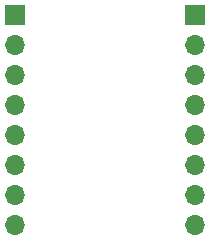
<source format=gbr>
%TF.GenerationSoftware,KiCad,Pcbnew,6.0.11+dfsg-1~bpo11+1*%
%TF.CreationDate,2023-04-23T22:17:46-04:00*%
%TF.ProjectId,cEmbedded_TXB0106_Breakout,63456d62-6564-4646-9564-5f5458423031,rev?*%
%TF.SameCoordinates,Original*%
%TF.FileFunction,Soldermask,Bot*%
%TF.FilePolarity,Negative*%
%FSLAX46Y46*%
G04 Gerber Fmt 4.6, Leading zero omitted, Abs format (unit mm)*
G04 Created by KiCad (PCBNEW 6.0.11+dfsg-1~bpo11+1) date 2023-04-23 22:17:46*
%MOMM*%
%LPD*%
G01*
G04 APERTURE LIST*
%ADD10R,1.700000X1.700000*%
%ADD11O,1.700000X1.700000*%
G04 APERTURE END LIST*
D10*
%TO.C,J1*%
X135890000Y-78620000D03*
D11*
X135890000Y-81160000D03*
X135890000Y-83700000D03*
X135890000Y-86240000D03*
X135890000Y-88780000D03*
X135890000Y-91320000D03*
X135890000Y-93860000D03*
X135890000Y-96400000D03*
%TD*%
D10*
%TO.C,J2*%
X151130000Y-78620000D03*
D11*
X151130000Y-81160000D03*
X151130000Y-83700000D03*
X151130000Y-86240000D03*
X151130000Y-88780000D03*
X151130000Y-91320000D03*
X151130000Y-93860000D03*
X151130000Y-96400000D03*
%TD*%
M02*

</source>
